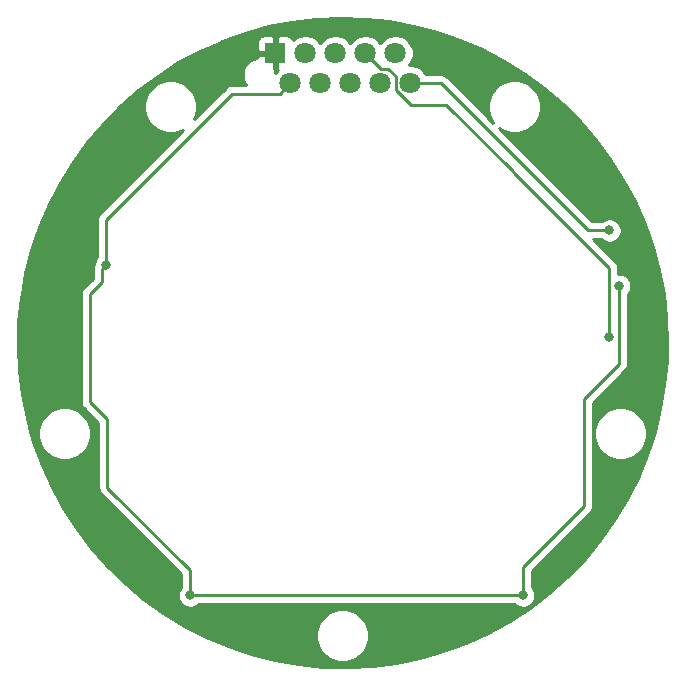
<source format=gbr>
G04 #@! TF.GenerationSoftware,KiCad,Pcbnew,5.1.2-f72e74a~84~ubuntu18.04.1*
G04 #@! TF.CreationDate,2019-09-23T03:00:40+02:00*
G04 #@! TF.ProjectId,roboy_3.0_40mm_ball_sensor,726f626f-795f-4332-9e30-5f34306d6d5f,rev?*
G04 #@! TF.SameCoordinates,Original*
G04 #@! TF.FileFunction,Copper,L2,Bot*
G04 #@! TF.FilePolarity,Positive*
%FSLAX46Y46*%
G04 Gerber Fmt 4.6, Leading zero omitted, Abs format (unit mm)*
G04 Created by KiCad (PCBNEW 5.1.2-f72e74a~84~ubuntu18.04.1) date 2019-09-23 03:00:40*
%MOMM*%
%LPD*%
G04 APERTURE LIST*
%ADD10C,1.800000*%
%ADD11R,1.800000X1.800000*%
%ADD12C,0.800000*%
%ADD13C,0.250000*%
%ADD14C,0.254000*%
G04 APERTURE END LIST*
D10*
X166250000Y-78040000D03*
X164980000Y-75500000D03*
X163710000Y-78040000D03*
X162440000Y-75500000D03*
X161170000Y-78040000D03*
X159900000Y-75500000D03*
D11*
X154820000Y-75500000D03*
D10*
X156090000Y-78040000D03*
X157360000Y-75500000D03*
X158630000Y-78040000D03*
D12*
X143600000Y-118500000D03*
X138100000Y-92450000D03*
X134100000Y-97000000D03*
X183400000Y-86400000D03*
X179300000Y-118600000D03*
X140500000Y-93400000D03*
X147600000Y-121400000D03*
X175800000Y-121400000D03*
X183900000Y-95200000D03*
X183100000Y-99500000D03*
X183100000Y-90500000D03*
D13*
X155190001Y-78939999D02*
X151160001Y-78939999D01*
X156090000Y-78040000D02*
X155190001Y-78939999D01*
X151160001Y-78939999D02*
X140500000Y-89600000D01*
X140500000Y-89600000D02*
X140500000Y-93400000D01*
X140100001Y-93799999D02*
X140100001Y-94899999D01*
X140500000Y-93400000D02*
X140100001Y-93799999D01*
X140100001Y-94899999D02*
X139100000Y-95900000D01*
X139100000Y-95900000D02*
X139100000Y-105000000D01*
X139100000Y-105000000D02*
X140600000Y-106500000D01*
X140600000Y-106500000D02*
X140600000Y-112300000D01*
X140600000Y-112300000D02*
X147600000Y-119300000D01*
X147600000Y-119300000D02*
X147600000Y-121400000D01*
X147600000Y-121400000D02*
X175800000Y-121400000D01*
X175800000Y-121400000D02*
X175800000Y-119000000D01*
X175800000Y-119000000D02*
X180100000Y-114700000D01*
X180925010Y-113874990D02*
X180925010Y-104774990D01*
X180100000Y-114700000D02*
X180925010Y-113874990D01*
X180925010Y-104774990D02*
X183900000Y-101800000D01*
X183900000Y-101800000D02*
X183900000Y-95200000D01*
X174822778Y-85394284D02*
X175145026Y-85745026D01*
X163754999Y-76814999D02*
X164387999Y-76814999D01*
X162440000Y-75500000D02*
X163754999Y-76814999D01*
X165024999Y-77451999D02*
X165024999Y-78628001D01*
X169303484Y-79874990D02*
X174822778Y-85394284D01*
X164387999Y-76814999D02*
X165024999Y-77451999D01*
X165024999Y-78628001D02*
X166271988Y-79874990D01*
X166271988Y-79874990D02*
X169303484Y-79874990D01*
X175145026Y-85745026D02*
X183100000Y-93700000D01*
X183100000Y-93700000D02*
X183100000Y-99500000D01*
X167522792Y-78040000D02*
X166250000Y-78040000D01*
X168840000Y-78040000D02*
X167522792Y-78040000D01*
X181300000Y-90500000D02*
X168840000Y-78040000D01*
X183100000Y-90500000D02*
X181300000Y-90500000D01*
D14*
G36*
X162417605Y-72576964D02*
G01*
X164468352Y-72797936D01*
X166496758Y-73172048D01*
X168491403Y-73697195D01*
X170441059Y-74370419D01*
X172334750Y-75187931D01*
X174161814Y-76145128D01*
X175911966Y-77236621D01*
X177575352Y-78456267D01*
X179142609Y-79797198D01*
X180604913Y-81251865D01*
X181954032Y-82812079D01*
X183182370Y-84469057D01*
X184283013Y-86213470D01*
X185249763Y-88035497D01*
X186077179Y-89924881D01*
X186760602Y-91870986D01*
X187296185Y-93862854D01*
X187680913Y-95889273D01*
X187912619Y-97938835D01*
X187990000Y-100000000D01*
X187949773Y-101486627D01*
X187761040Y-103540591D01*
X187418835Y-105574623D01*
X186925084Y-107577271D01*
X186282567Y-109537261D01*
X185494901Y-111443559D01*
X184566520Y-113285433D01*
X183502651Y-115052513D01*
X182309283Y-116734852D01*
X180993135Y-118322978D01*
X179561616Y-119807950D01*
X178022785Y-121181409D01*
X176385306Y-122435622D01*
X174658397Y-123563529D01*
X172851779Y-124558779D01*
X170975625Y-125415770D01*
X169040495Y-126129677D01*
X167057285Y-126696481D01*
X165037159Y-127112991D01*
X162991490Y-127376862D01*
X160931794Y-127486609D01*
X158869668Y-127441613D01*
X156816720Y-127242128D01*
X154784508Y-126889278D01*
X152784472Y-126385047D01*
X150827873Y-125732277D01*
X148925725Y-124934640D01*
X148270121Y-124599872D01*
X158265000Y-124599872D01*
X158265000Y-125040128D01*
X158350890Y-125471925D01*
X158519369Y-125878669D01*
X158763962Y-126244729D01*
X159075271Y-126556038D01*
X159441331Y-126800631D01*
X159848075Y-126969110D01*
X160279872Y-127055000D01*
X160720128Y-127055000D01*
X161151925Y-126969110D01*
X161558669Y-126800631D01*
X161924729Y-126556038D01*
X162236038Y-126244729D01*
X162480631Y-125878669D01*
X162649110Y-125471925D01*
X162735000Y-125040128D01*
X162735000Y-124599872D01*
X162649110Y-124168075D01*
X162480631Y-123761331D01*
X162236038Y-123395271D01*
X161924729Y-123083962D01*
X161558669Y-122839369D01*
X161151925Y-122670890D01*
X160720128Y-122585000D01*
X160279872Y-122585000D01*
X159848075Y-122670890D01*
X159441331Y-122839369D01*
X159075271Y-123083962D01*
X158763962Y-123395271D01*
X158519369Y-123761331D01*
X158350890Y-124168075D01*
X158265000Y-124599872D01*
X148270121Y-124599872D01*
X147088738Y-123996628D01*
X145327252Y-122923521D01*
X143651185Y-121721361D01*
X142069972Y-120396916D01*
X140592516Y-118957641D01*
X139227133Y-117411640D01*
X137981510Y-115767616D01*
X136862661Y-114034825D01*
X135876884Y-112223021D01*
X135029728Y-110342405D01*
X134325963Y-108403564D01*
X134071801Y-107496315D01*
X134723974Y-107496315D01*
X134723974Y-107936571D01*
X134809864Y-108368368D01*
X134978343Y-108775112D01*
X135222936Y-109141172D01*
X135534245Y-109452481D01*
X135900305Y-109697074D01*
X136307049Y-109865553D01*
X136738846Y-109951443D01*
X137179102Y-109951443D01*
X137610899Y-109865553D01*
X138017643Y-109697074D01*
X138383703Y-109452481D01*
X138695012Y-109141172D01*
X138939605Y-108775112D01*
X139108084Y-108368368D01*
X139193974Y-107936571D01*
X139193974Y-107496315D01*
X139108084Y-107064518D01*
X138939605Y-106657774D01*
X138695012Y-106291714D01*
X138383703Y-105980405D01*
X138017643Y-105735812D01*
X137610899Y-105567333D01*
X137179102Y-105481443D01*
X136738846Y-105481443D01*
X136307049Y-105567333D01*
X135900305Y-105735812D01*
X135534245Y-105980405D01*
X135222936Y-106291714D01*
X134978343Y-106657774D01*
X134809864Y-107064518D01*
X134723974Y-107496315D01*
X134071801Y-107496315D01*
X133769551Y-106417413D01*
X133363624Y-104395134D01*
X133110468Y-102348111D01*
X133011507Y-100287869D01*
X133067300Y-98226007D01*
X133277531Y-96174131D01*
X133326607Y-95900000D01*
X138336324Y-95900000D01*
X138340000Y-95937322D01*
X138340001Y-104962668D01*
X138336324Y-105000000D01*
X138350998Y-105148985D01*
X138394454Y-105292246D01*
X138465026Y-105424276D01*
X138513222Y-105483002D01*
X138560000Y-105540001D01*
X138588998Y-105563799D01*
X139840000Y-106814802D01*
X139840001Y-112262668D01*
X139836324Y-112300000D01*
X139850998Y-112448985D01*
X139894454Y-112592246D01*
X139965026Y-112724276D01*
X140036201Y-112811002D01*
X140060000Y-112840001D01*
X140088998Y-112863799D01*
X146840000Y-119614802D01*
X146840001Y-120696288D01*
X146796063Y-120740226D01*
X146682795Y-120909744D01*
X146604774Y-121098102D01*
X146565000Y-121298061D01*
X146565000Y-121501939D01*
X146604774Y-121701898D01*
X146682795Y-121890256D01*
X146796063Y-122059774D01*
X146940226Y-122203937D01*
X147109744Y-122317205D01*
X147298102Y-122395226D01*
X147498061Y-122435000D01*
X147701939Y-122435000D01*
X147901898Y-122395226D01*
X148090256Y-122317205D01*
X148259774Y-122203937D01*
X148303711Y-122160000D01*
X175096289Y-122160000D01*
X175140226Y-122203937D01*
X175309744Y-122317205D01*
X175498102Y-122395226D01*
X175698061Y-122435000D01*
X175901939Y-122435000D01*
X176101898Y-122395226D01*
X176290256Y-122317205D01*
X176459774Y-122203937D01*
X176603937Y-122059774D01*
X176717205Y-121890256D01*
X176795226Y-121701898D01*
X176835000Y-121501939D01*
X176835000Y-121298061D01*
X176795226Y-121098102D01*
X176717205Y-120909744D01*
X176603937Y-120740226D01*
X176560000Y-120696289D01*
X176560000Y-119314801D01*
X180663799Y-115211003D01*
X180663803Y-115210998D01*
X181436014Y-114438788D01*
X181465011Y-114414991D01*
X181559984Y-114299266D01*
X181630556Y-114167237D01*
X181674013Y-114023976D01*
X181685010Y-113912323D01*
X181685010Y-113912314D01*
X181688686Y-113874991D01*
X181685010Y-113837668D01*
X181685010Y-107496315D01*
X181806026Y-107496315D01*
X181806026Y-107936571D01*
X181891916Y-108368368D01*
X182060395Y-108775112D01*
X182304988Y-109141172D01*
X182616297Y-109452481D01*
X182982357Y-109697074D01*
X183389101Y-109865553D01*
X183820898Y-109951443D01*
X184261154Y-109951443D01*
X184692951Y-109865553D01*
X185099695Y-109697074D01*
X185465755Y-109452481D01*
X185777064Y-109141172D01*
X186021657Y-108775112D01*
X186190136Y-108368368D01*
X186276026Y-107936571D01*
X186276026Y-107496315D01*
X186190136Y-107064518D01*
X186021657Y-106657774D01*
X185777064Y-106291714D01*
X185465755Y-105980405D01*
X185099695Y-105735812D01*
X184692951Y-105567333D01*
X184261154Y-105481443D01*
X183820898Y-105481443D01*
X183389101Y-105567333D01*
X182982357Y-105735812D01*
X182616297Y-105980405D01*
X182304988Y-106291714D01*
X182060395Y-106657774D01*
X181891916Y-107064518D01*
X181806026Y-107496315D01*
X181685010Y-107496315D01*
X181685010Y-105089791D01*
X184411004Y-102363798D01*
X184440001Y-102340001D01*
X184534974Y-102224276D01*
X184605546Y-102092247D01*
X184649003Y-101948986D01*
X184660000Y-101837333D01*
X184660000Y-101837324D01*
X184663676Y-101800001D01*
X184660000Y-101762678D01*
X184660000Y-95903711D01*
X184703937Y-95859774D01*
X184817205Y-95690256D01*
X184895226Y-95501898D01*
X184935000Y-95301939D01*
X184935000Y-95098061D01*
X184895226Y-94898102D01*
X184817205Y-94709744D01*
X184703937Y-94540226D01*
X184559774Y-94396063D01*
X184390256Y-94282795D01*
X184201898Y-94204774D01*
X184001939Y-94165000D01*
X183860000Y-94165000D01*
X183860000Y-93737322D01*
X183863676Y-93699999D01*
X183860000Y-93662676D01*
X183860000Y-93662667D01*
X183849003Y-93551014D01*
X183805546Y-93407753D01*
X183734975Y-93275725D01*
X183734974Y-93275723D01*
X183663799Y-93188997D01*
X183640001Y-93159999D01*
X183611004Y-93136202D01*
X181734802Y-91260000D01*
X182396289Y-91260000D01*
X182440226Y-91303937D01*
X182609744Y-91417205D01*
X182798102Y-91495226D01*
X182998061Y-91535000D01*
X183201939Y-91535000D01*
X183401898Y-91495226D01*
X183590256Y-91417205D01*
X183759774Y-91303937D01*
X183903937Y-91159774D01*
X184017205Y-90990256D01*
X184095226Y-90801898D01*
X184135000Y-90601939D01*
X184135000Y-90398061D01*
X184095226Y-90198102D01*
X184017205Y-90009744D01*
X183903937Y-89840226D01*
X183759774Y-89696063D01*
X183590256Y-89582795D01*
X183401898Y-89504774D01*
X183201939Y-89465000D01*
X182998061Y-89465000D01*
X182798102Y-89504774D01*
X182609744Y-89582795D01*
X182440226Y-89696063D01*
X182396289Y-89740000D01*
X181614802Y-89740000D01*
X173710981Y-81836180D01*
X173990485Y-82022938D01*
X174397229Y-82191417D01*
X174829026Y-82277307D01*
X175269282Y-82277307D01*
X175701079Y-82191417D01*
X176107823Y-82022938D01*
X176473883Y-81778345D01*
X176785192Y-81467036D01*
X177029785Y-81100976D01*
X177198264Y-80694232D01*
X177284154Y-80262435D01*
X177284154Y-79822179D01*
X177198264Y-79390382D01*
X177029785Y-78983638D01*
X176785192Y-78617578D01*
X176473883Y-78306269D01*
X176107823Y-78061676D01*
X175701079Y-77893197D01*
X175269282Y-77807307D01*
X174829026Y-77807307D01*
X174397229Y-77893197D01*
X173990485Y-78061676D01*
X173624425Y-78306269D01*
X173313116Y-78617578D01*
X173068523Y-78983638D01*
X172900044Y-79390382D01*
X172814154Y-79822179D01*
X172814154Y-80262435D01*
X172900044Y-80694232D01*
X173068523Y-81100976D01*
X173255281Y-81380480D01*
X169403804Y-77529003D01*
X169380001Y-77499999D01*
X169264276Y-77405026D01*
X169132247Y-77334454D01*
X168988986Y-77290997D01*
X168877333Y-77280000D01*
X168877322Y-77280000D01*
X168840000Y-77276324D01*
X168802678Y-77280000D01*
X167588313Y-77280000D01*
X167442312Y-77061495D01*
X167228505Y-76847688D01*
X166977095Y-76679701D01*
X166697743Y-76563989D01*
X166401184Y-76505000D01*
X166145817Y-76505000D01*
X166172312Y-76478505D01*
X166340299Y-76227095D01*
X166456011Y-75947743D01*
X166515000Y-75651184D01*
X166515000Y-75348816D01*
X166456011Y-75052257D01*
X166340299Y-74772905D01*
X166172312Y-74521495D01*
X165958505Y-74307688D01*
X165707095Y-74139701D01*
X165427743Y-74023989D01*
X165131184Y-73965000D01*
X164828816Y-73965000D01*
X164532257Y-74023989D01*
X164252905Y-74139701D01*
X164001495Y-74307688D01*
X163787688Y-74521495D01*
X163710000Y-74637763D01*
X163632312Y-74521495D01*
X163418505Y-74307688D01*
X163167095Y-74139701D01*
X162887743Y-74023989D01*
X162591184Y-73965000D01*
X162288816Y-73965000D01*
X161992257Y-74023989D01*
X161712905Y-74139701D01*
X161461495Y-74307688D01*
X161247688Y-74521495D01*
X161170000Y-74637763D01*
X161092312Y-74521495D01*
X160878505Y-74307688D01*
X160627095Y-74139701D01*
X160347743Y-74023989D01*
X160051184Y-73965000D01*
X159748816Y-73965000D01*
X159452257Y-74023989D01*
X159172905Y-74139701D01*
X158921495Y-74307688D01*
X158707688Y-74521495D01*
X158630000Y-74637763D01*
X158552312Y-74521495D01*
X158338505Y-74307688D01*
X158087095Y-74139701D01*
X157807743Y-74023989D01*
X157511184Y-73965000D01*
X157208816Y-73965000D01*
X156912257Y-74023989D01*
X156632905Y-74139701D01*
X156381495Y-74307688D01*
X156315056Y-74374127D01*
X156309502Y-74355820D01*
X156250537Y-74245506D01*
X156171185Y-74148815D01*
X156074494Y-74069463D01*
X155964180Y-74010498D01*
X155844482Y-73974188D01*
X155720000Y-73961928D01*
X155105750Y-73965000D01*
X154947000Y-74123750D01*
X154947000Y-75373000D01*
X154967000Y-75373000D01*
X154967000Y-75627000D01*
X154947000Y-75627000D01*
X154947000Y-76876250D01*
X155014967Y-76944217D01*
X154897688Y-77061495D01*
X154805050Y-77200137D01*
X154805050Y-77163584D01*
X154751824Y-76895996D01*
X154693000Y-76753982D01*
X154693000Y-75627000D01*
X153443750Y-75627000D01*
X153285000Y-75785750D01*
X153284354Y-75914950D01*
X153283584Y-75914950D01*
X153015996Y-75968176D01*
X152763933Y-76072584D01*
X152537082Y-76224161D01*
X152344161Y-76417082D01*
X152192584Y-76643933D01*
X152088176Y-76895996D01*
X152034950Y-77163584D01*
X152034950Y-77436416D01*
X152088176Y-77704004D01*
X152192584Y-77956067D01*
X152342211Y-78179999D01*
X151197323Y-78179999D01*
X151160001Y-78176323D01*
X151122678Y-78179999D01*
X151122668Y-78179999D01*
X151011015Y-78190996D01*
X150867754Y-78234453D01*
X150735724Y-78305025D01*
X150698280Y-78335755D01*
X150620000Y-78399998D01*
X150596202Y-78428996D01*
X147936607Y-81088591D01*
X148099956Y-80694232D01*
X148185846Y-80262435D01*
X148185846Y-79822179D01*
X148099956Y-79390382D01*
X147931477Y-78983638D01*
X147686884Y-78617578D01*
X147375575Y-78306269D01*
X147009515Y-78061676D01*
X146602771Y-77893197D01*
X146170974Y-77807307D01*
X145730718Y-77807307D01*
X145298921Y-77893197D01*
X144892177Y-78061676D01*
X144526117Y-78306269D01*
X144214808Y-78617578D01*
X143970215Y-78983638D01*
X143801736Y-79390382D01*
X143715846Y-79822179D01*
X143715846Y-80262435D01*
X143801736Y-80694232D01*
X143970215Y-81100976D01*
X144214808Y-81467036D01*
X144526117Y-81778345D01*
X144892177Y-82022938D01*
X145298921Y-82191417D01*
X145730718Y-82277307D01*
X146170974Y-82277307D01*
X146602771Y-82191417D01*
X146997131Y-82028068D01*
X139989003Y-89036196D01*
X139959999Y-89059999D01*
X139904871Y-89127174D01*
X139865026Y-89175724D01*
X139794455Y-89307753D01*
X139794454Y-89307754D01*
X139750997Y-89451015D01*
X139740000Y-89562668D01*
X139740000Y-89562678D01*
X139736324Y-89600000D01*
X139740000Y-89637323D01*
X139740001Y-92696288D01*
X139696063Y-92740226D01*
X139582795Y-92909744D01*
X139504774Y-93098102D01*
X139465000Y-93298061D01*
X139465000Y-93375774D01*
X139447906Y-93407754D01*
X139394455Y-93507753D01*
X139350998Y-93651014D01*
X139340001Y-93762667D01*
X139340001Y-93762677D01*
X139336325Y-93799999D01*
X139340001Y-93837322D01*
X139340002Y-94585197D01*
X138589002Y-95336196D01*
X138559999Y-95359999D01*
X138504871Y-95427174D01*
X138465026Y-95475724D01*
X138451036Y-95501898D01*
X138394454Y-95607754D01*
X138350997Y-95751015D01*
X138340000Y-95862668D01*
X138340000Y-95862678D01*
X138336324Y-95900000D01*
X133326607Y-95900000D01*
X133641017Y-94143795D01*
X134155712Y-92146427D01*
X134818719Y-90193272D01*
X135626304Y-88295327D01*
X136573922Y-86463276D01*
X137656237Y-84707434D01*
X138867156Y-83037684D01*
X140199863Y-81463427D01*
X141646853Y-79993527D01*
X143199982Y-78636258D01*
X144850506Y-77399260D01*
X146589132Y-76289499D01*
X148406072Y-75313222D01*
X150011765Y-74600000D01*
X153281928Y-74600000D01*
X153285000Y-75214250D01*
X153443750Y-75373000D01*
X154693000Y-75373000D01*
X154693000Y-74123750D01*
X154534250Y-73965000D01*
X153920000Y-73961928D01*
X153795518Y-73974188D01*
X153675820Y-74010498D01*
X153565506Y-74069463D01*
X153468815Y-74148815D01*
X153389463Y-74245506D01*
X153330498Y-74355820D01*
X153294188Y-74475518D01*
X153281928Y-74600000D01*
X150011765Y-74600000D01*
X150291098Y-74475925D01*
X152233598Y-73782321D01*
X154222635Y-73236316D01*
X156247011Y-72840983D01*
X158295332Y-72598549D01*
X160356063Y-72510377D01*
X162417605Y-72576964D01*
X162417605Y-72576964D01*
G37*
X162417605Y-72576964D02*
X164468352Y-72797936D01*
X166496758Y-73172048D01*
X168491403Y-73697195D01*
X170441059Y-74370419D01*
X172334750Y-75187931D01*
X174161814Y-76145128D01*
X175911966Y-77236621D01*
X177575352Y-78456267D01*
X179142609Y-79797198D01*
X180604913Y-81251865D01*
X181954032Y-82812079D01*
X183182370Y-84469057D01*
X184283013Y-86213470D01*
X185249763Y-88035497D01*
X186077179Y-89924881D01*
X186760602Y-91870986D01*
X187296185Y-93862854D01*
X187680913Y-95889273D01*
X187912619Y-97938835D01*
X187990000Y-100000000D01*
X187949773Y-101486627D01*
X187761040Y-103540591D01*
X187418835Y-105574623D01*
X186925084Y-107577271D01*
X186282567Y-109537261D01*
X185494901Y-111443559D01*
X184566520Y-113285433D01*
X183502651Y-115052513D01*
X182309283Y-116734852D01*
X180993135Y-118322978D01*
X179561616Y-119807950D01*
X178022785Y-121181409D01*
X176385306Y-122435622D01*
X174658397Y-123563529D01*
X172851779Y-124558779D01*
X170975625Y-125415770D01*
X169040495Y-126129677D01*
X167057285Y-126696481D01*
X165037159Y-127112991D01*
X162991490Y-127376862D01*
X160931794Y-127486609D01*
X158869668Y-127441613D01*
X156816720Y-127242128D01*
X154784508Y-126889278D01*
X152784472Y-126385047D01*
X150827873Y-125732277D01*
X148925725Y-124934640D01*
X148270121Y-124599872D01*
X158265000Y-124599872D01*
X158265000Y-125040128D01*
X158350890Y-125471925D01*
X158519369Y-125878669D01*
X158763962Y-126244729D01*
X159075271Y-126556038D01*
X159441331Y-126800631D01*
X159848075Y-126969110D01*
X160279872Y-127055000D01*
X160720128Y-127055000D01*
X161151925Y-126969110D01*
X161558669Y-126800631D01*
X161924729Y-126556038D01*
X162236038Y-126244729D01*
X162480631Y-125878669D01*
X162649110Y-125471925D01*
X162735000Y-125040128D01*
X162735000Y-124599872D01*
X162649110Y-124168075D01*
X162480631Y-123761331D01*
X162236038Y-123395271D01*
X161924729Y-123083962D01*
X161558669Y-122839369D01*
X161151925Y-122670890D01*
X160720128Y-122585000D01*
X160279872Y-122585000D01*
X159848075Y-122670890D01*
X159441331Y-122839369D01*
X159075271Y-123083962D01*
X158763962Y-123395271D01*
X158519369Y-123761331D01*
X158350890Y-124168075D01*
X158265000Y-124599872D01*
X148270121Y-124599872D01*
X147088738Y-123996628D01*
X145327252Y-122923521D01*
X143651185Y-121721361D01*
X142069972Y-120396916D01*
X140592516Y-118957641D01*
X139227133Y-117411640D01*
X137981510Y-115767616D01*
X136862661Y-114034825D01*
X135876884Y-112223021D01*
X135029728Y-110342405D01*
X134325963Y-108403564D01*
X134071801Y-107496315D01*
X134723974Y-107496315D01*
X134723974Y-107936571D01*
X134809864Y-108368368D01*
X134978343Y-108775112D01*
X135222936Y-109141172D01*
X135534245Y-109452481D01*
X135900305Y-109697074D01*
X136307049Y-109865553D01*
X136738846Y-109951443D01*
X137179102Y-109951443D01*
X137610899Y-109865553D01*
X138017643Y-109697074D01*
X138383703Y-109452481D01*
X138695012Y-109141172D01*
X138939605Y-108775112D01*
X139108084Y-108368368D01*
X139193974Y-107936571D01*
X139193974Y-107496315D01*
X139108084Y-107064518D01*
X138939605Y-106657774D01*
X138695012Y-106291714D01*
X138383703Y-105980405D01*
X138017643Y-105735812D01*
X137610899Y-105567333D01*
X137179102Y-105481443D01*
X136738846Y-105481443D01*
X136307049Y-105567333D01*
X135900305Y-105735812D01*
X135534245Y-105980405D01*
X135222936Y-106291714D01*
X134978343Y-106657774D01*
X134809864Y-107064518D01*
X134723974Y-107496315D01*
X134071801Y-107496315D01*
X133769551Y-106417413D01*
X133363624Y-104395134D01*
X133110468Y-102348111D01*
X133011507Y-100287869D01*
X133067300Y-98226007D01*
X133277531Y-96174131D01*
X133326607Y-95900000D01*
X138336324Y-95900000D01*
X138340000Y-95937322D01*
X138340001Y-104962668D01*
X138336324Y-105000000D01*
X138350998Y-105148985D01*
X138394454Y-105292246D01*
X138465026Y-105424276D01*
X138513222Y-105483002D01*
X138560000Y-105540001D01*
X138588998Y-105563799D01*
X139840000Y-106814802D01*
X139840001Y-112262668D01*
X139836324Y-112300000D01*
X139850998Y-112448985D01*
X139894454Y-112592246D01*
X139965026Y-112724276D01*
X140036201Y-112811002D01*
X140060000Y-112840001D01*
X140088998Y-112863799D01*
X146840000Y-119614802D01*
X146840001Y-120696288D01*
X146796063Y-120740226D01*
X146682795Y-120909744D01*
X146604774Y-121098102D01*
X146565000Y-121298061D01*
X146565000Y-121501939D01*
X146604774Y-121701898D01*
X146682795Y-121890256D01*
X146796063Y-122059774D01*
X146940226Y-122203937D01*
X147109744Y-122317205D01*
X147298102Y-122395226D01*
X147498061Y-122435000D01*
X147701939Y-122435000D01*
X147901898Y-122395226D01*
X148090256Y-122317205D01*
X148259774Y-122203937D01*
X148303711Y-122160000D01*
X175096289Y-122160000D01*
X175140226Y-122203937D01*
X175309744Y-122317205D01*
X175498102Y-122395226D01*
X175698061Y-122435000D01*
X175901939Y-122435000D01*
X176101898Y-122395226D01*
X176290256Y-122317205D01*
X176459774Y-122203937D01*
X176603937Y-122059774D01*
X176717205Y-121890256D01*
X176795226Y-121701898D01*
X176835000Y-121501939D01*
X176835000Y-121298061D01*
X176795226Y-121098102D01*
X176717205Y-120909744D01*
X176603937Y-120740226D01*
X176560000Y-120696289D01*
X176560000Y-119314801D01*
X180663799Y-115211003D01*
X180663803Y-115210998D01*
X181436014Y-114438788D01*
X181465011Y-114414991D01*
X181559984Y-114299266D01*
X181630556Y-114167237D01*
X181674013Y-114023976D01*
X181685010Y-113912323D01*
X181685010Y-113912314D01*
X181688686Y-113874991D01*
X181685010Y-113837668D01*
X181685010Y-107496315D01*
X181806026Y-107496315D01*
X181806026Y-107936571D01*
X181891916Y-108368368D01*
X182060395Y-108775112D01*
X182304988Y-109141172D01*
X182616297Y-109452481D01*
X182982357Y-109697074D01*
X183389101Y-109865553D01*
X183820898Y-109951443D01*
X184261154Y-109951443D01*
X184692951Y-109865553D01*
X185099695Y-109697074D01*
X185465755Y-109452481D01*
X185777064Y-109141172D01*
X186021657Y-108775112D01*
X186190136Y-108368368D01*
X186276026Y-107936571D01*
X186276026Y-107496315D01*
X186190136Y-107064518D01*
X186021657Y-106657774D01*
X185777064Y-106291714D01*
X185465755Y-105980405D01*
X185099695Y-105735812D01*
X184692951Y-105567333D01*
X184261154Y-105481443D01*
X183820898Y-105481443D01*
X183389101Y-105567333D01*
X182982357Y-105735812D01*
X182616297Y-105980405D01*
X182304988Y-106291714D01*
X182060395Y-106657774D01*
X181891916Y-107064518D01*
X181806026Y-107496315D01*
X181685010Y-107496315D01*
X181685010Y-105089791D01*
X184411004Y-102363798D01*
X184440001Y-102340001D01*
X184534974Y-102224276D01*
X184605546Y-102092247D01*
X184649003Y-101948986D01*
X184660000Y-101837333D01*
X184660000Y-101837324D01*
X184663676Y-101800001D01*
X184660000Y-101762678D01*
X184660000Y-95903711D01*
X184703937Y-95859774D01*
X184817205Y-95690256D01*
X184895226Y-95501898D01*
X184935000Y-95301939D01*
X184935000Y-95098061D01*
X184895226Y-94898102D01*
X184817205Y-94709744D01*
X184703937Y-94540226D01*
X184559774Y-94396063D01*
X184390256Y-94282795D01*
X184201898Y-94204774D01*
X184001939Y-94165000D01*
X183860000Y-94165000D01*
X183860000Y-93737322D01*
X183863676Y-93699999D01*
X183860000Y-93662676D01*
X183860000Y-93662667D01*
X183849003Y-93551014D01*
X183805546Y-93407753D01*
X183734975Y-93275725D01*
X183734974Y-93275723D01*
X183663799Y-93188997D01*
X183640001Y-93159999D01*
X183611004Y-93136202D01*
X181734802Y-91260000D01*
X182396289Y-91260000D01*
X182440226Y-91303937D01*
X182609744Y-91417205D01*
X182798102Y-91495226D01*
X182998061Y-91535000D01*
X183201939Y-91535000D01*
X183401898Y-91495226D01*
X183590256Y-91417205D01*
X183759774Y-91303937D01*
X183903937Y-91159774D01*
X184017205Y-90990256D01*
X184095226Y-90801898D01*
X184135000Y-90601939D01*
X184135000Y-90398061D01*
X184095226Y-90198102D01*
X184017205Y-90009744D01*
X183903937Y-89840226D01*
X183759774Y-89696063D01*
X183590256Y-89582795D01*
X183401898Y-89504774D01*
X183201939Y-89465000D01*
X182998061Y-89465000D01*
X182798102Y-89504774D01*
X182609744Y-89582795D01*
X182440226Y-89696063D01*
X182396289Y-89740000D01*
X181614802Y-89740000D01*
X173710981Y-81836180D01*
X173990485Y-82022938D01*
X174397229Y-82191417D01*
X174829026Y-82277307D01*
X175269282Y-82277307D01*
X175701079Y-82191417D01*
X176107823Y-82022938D01*
X176473883Y-81778345D01*
X176785192Y-81467036D01*
X177029785Y-81100976D01*
X177198264Y-80694232D01*
X177284154Y-80262435D01*
X177284154Y-79822179D01*
X177198264Y-79390382D01*
X177029785Y-78983638D01*
X176785192Y-78617578D01*
X176473883Y-78306269D01*
X176107823Y-78061676D01*
X175701079Y-77893197D01*
X175269282Y-77807307D01*
X174829026Y-77807307D01*
X174397229Y-77893197D01*
X173990485Y-78061676D01*
X173624425Y-78306269D01*
X173313116Y-78617578D01*
X173068523Y-78983638D01*
X172900044Y-79390382D01*
X172814154Y-79822179D01*
X172814154Y-80262435D01*
X172900044Y-80694232D01*
X173068523Y-81100976D01*
X173255281Y-81380480D01*
X169403804Y-77529003D01*
X169380001Y-77499999D01*
X169264276Y-77405026D01*
X169132247Y-77334454D01*
X168988986Y-77290997D01*
X168877333Y-77280000D01*
X168877322Y-77280000D01*
X168840000Y-77276324D01*
X168802678Y-77280000D01*
X167588313Y-77280000D01*
X167442312Y-77061495D01*
X167228505Y-76847688D01*
X166977095Y-76679701D01*
X166697743Y-76563989D01*
X166401184Y-76505000D01*
X166145817Y-76505000D01*
X166172312Y-76478505D01*
X166340299Y-76227095D01*
X166456011Y-75947743D01*
X166515000Y-75651184D01*
X166515000Y-75348816D01*
X166456011Y-75052257D01*
X166340299Y-74772905D01*
X166172312Y-74521495D01*
X165958505Y-74307688D01*
X165707095Y-74139701D01*
X165427743Y-74023989D01*
X165131184Y-73965000D01*
X164828816Y-73965000D01*
X164532257Y-74023989D01*
X164252905Y-74139701D01*
X164001495Y-74307688D01*
X163787688Y-74521495D01*
X163710000Y-74637763D01*
X163632312Y-74521495D01*
X163418505Y-74307688D01*
X163167095Y-74139701D01*
X162887743Y-74023989D01*
X162591184Y-73965000D01*
X162288816Y-73965000D01*
X161992257Y-74023989D01*
X161712905Y-74139701D01*
X161461495Y-74307688D01*
X161247688Y-74521495D01*
X161170000Y-74637763D01*
X161092312Y-74521495D01*
X160878505Y-74307688D01*
X160627095Y-74139701D01*
X160347743Y-74023989D01*
X160051184Y-73965000D01*
X159748816Y-73965000D01*
X159452257Y-74023989D01*
X159172905Y-74139701D01*
X158921495Y-74307688D01*
X158707688Y-74521495D01*
X158630000Y-74637763D01*
X158552312Y-74521495D01*
X158338505Y-74307688D01*
X158087095Y-74139701D01*
X157807743Y-74023989D01*
X157511184Y-73965000D01*
X157208816Y-73965000D01*
X156912257Y-74023989D01*
X156632905Y-74139701D01*
X156381495Y-74307688D01*
X156315056Y-74374127D01*
X156309502Y-74355820D01*
X156250537Y-74245506D01*
X156171185Y-74148815D01*
X156074494Y-74069463D01*
X155964180Y-74010498D01*
X155844482Y-73974188D01*
X155720000Y-73961928D01*
X155105750Y-73965000D01*
X154947000Y-74123750D01*
X154947000Y-75373000D01*
X154967000Y-75373000D01*
X154967000Y-75627000D01*
X154947000Y-75627000D01*
X154947000Y-76876250D01*
X155014967Y-76944217D01*
X154897688Y-77061495D01*
X154805050Y-77200137D01*
X154805050Y-77163584D01*
X154751824Y-76895996D01*
X154693000Y-76753982D01*
X154693000Y-75627000D01*
X153443750Y-75627000D01*
X153285000Y-75785750D01*
X153284354Y-75914950D01*
X153283584Y-75914950D01*
X153015996Y-75968176D01*
X152763933Y-76072584D01*
X152537082Y-76224161D01*
X152344161Y-76417082D01*
X152192584Y-76643933D01*
X152088176Y-76895996D01*
X152034950Y-77163584D01*
X152034950Y-77436416D01*
X152088176Y-77704004D01*
X152192584Y-77956067D01*
X152342211Y-78179999D01*
X151197323Y-78179999D01*
X151160001Y-78176323D01*
X151122678Y-78179999D01*
X151122668Y-78179999D01*
X151011015Y-78190996D01*
X150867754Y-78234453D01*
X150735724Y-78305025D01*
X150698280Y-78335755D01*
X150620000Y-78399998D01*
X150596202Y-78428996D01*
X147936607Y-81088591D01*
X148099956Y-80694232D01*
X148185846Y-80262435D01*
X148185846Y-79822179D01*
X148099956Y-79390382D01*
X147931477Y-78983638D01*
X147686884Y-78617578D01*
X147375575Y-78306269D01*
X147009515Y-78061676D01*
X146602771Y-77893197D01*
X146170974Y-77807307D01*
X145730718Y-77807307D01*
X145298921Y-77893197D01*
X144892177Y-78061676D01*
X144526117Y-78306269D01*
X144214808Y-78617578D01*
X143970215Y-78983638D01*
X143801736Y-79390382D01*
X143715846Y-79822179D01*
X143715846Y-80262435D01*
X143801736Y-80694232D01*
X143970215Y-81100976D01*
X144214808Y-81467036D01*
X144526117Y-81778345D01*
X144892177Y-82022938D01*
X145298921Y-82191417D01*
X145730718Y-82277307D01*
X146170974Y-82277307D01*
X146602771Y-82191417D01*
X146997131Y-82028068D01*
X139989003Y-89036196D01*
X139959999Y-89059999D01*
X139904871Y-89127174D01*
X139865026Y-89175724D01*
X139794455Y-89307753D01*
X139794454Y-89307754D01*
X139750997Y-89451015D01*
X139740000Y-89562668D01*
X139740000Y-89562678D01*
X139736324Y-89600000D01*
X139740000Y-89637323D01*
X139740001Y-92696288D01*
X139696063Y-92740226D01*
X139582795Y-92909744D01*
X139504774Y-93098102D01*
X139465000Y-93298061D01*
X139465000Y-93375774D01*
X139447906Y-93407754D01*
X139394455Y-93507753D01*
X139350998Y-93651014D01*
X139340001Y-93762667D01*
X139340001Y-93762677D01*
X139336325Y-93799999D01*
X139340001Y-93837322D01*
X139340002Y-94585197D01*
X138589002Y-95336196D01*
X138559999Y-95359999D01*
X138504871Y-95427174D01*
X138465026Y-95475724D01*
X138451036Y-95501898D01*
X138394454Y-95607754D01*
X138350997Y-95751015D01*
X138340000Y-95862668D01*
X138340000Y-95862678D01*
X138336324Y-95900000D01*
X133326607Y-95900000D01*
X133641017Y-94143795D01*
X134155712Y-92146427D01*
X134818719Y-90193272D01*
X135626304Y-88295327D01*
X136573922Y-86463276D01*
X137656237Y-84707434D01*
X138867156Y-83037684D01*
X140199863Y-81463427D01*
X141646853Y-79993527D01*
X143199982Y-78636258D01*
X144850506Y-77399260D01*
X146589132Y-76289499D01*
X148406072Y-75313222D01*
X150011765Y-74600000D01*
X153281928Y-74600000D01*
X153285000Y-75214250D01*
X153443750Y-75373000D01*
X154693000Y-75373000D01*
X154693000Y-74123750D01*
X154534250Y-73965000D01*
X153920000Y-73961928D01*
X153795518Y-73974188D01*
X153675820Y-74010498D01*
X153565506Y-74069463D01*
X153468815Y-74148815D01*
X153389463Y-74245506D01*
X153330498Y-74355820D01*
X153294188Y-74475518D01*
X153281928Y-74600000D01*
X150011765Y-74600000D01*
X150291098Y-74475925D01*
X152233598Y-73782321D01*
X154222635Y-73236316D01*
X156247011Y-72840983D01*
X158295332Y-72598549D01*
X160356063Y-72510377D01*
X162417605Y-72576964D01*
M02*

</source>
